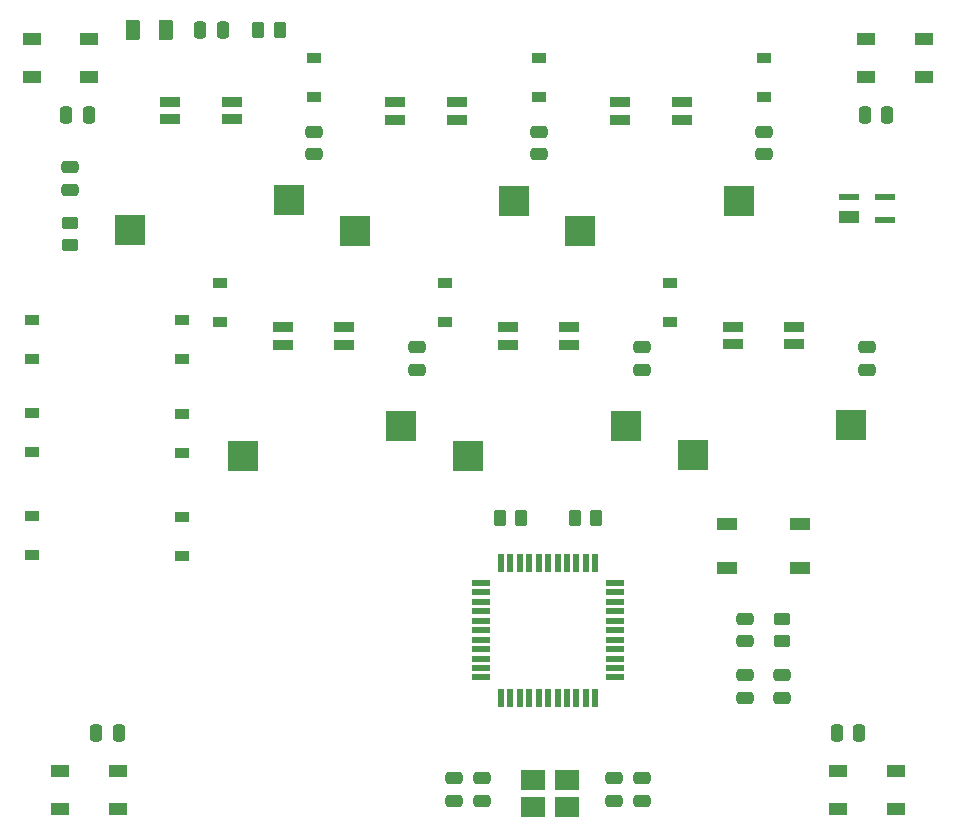
<source format=gbr>
%TF.GenerationSoftware,KiCad,Pcbnew,(6.0.5)*%
%TF.CreationDate,2022-05-27T23:08:30+07:00*%
%TF.ProjectId,atelier-alter,6174656c-6965-4722-9d61-6c7465722e6b,rev?*%
%TF.SameCoordinates,Original*%
%TF.FileFunction,Paste,Bot*%
%TF.FilePolarity,Positive*%
%FSLAX46Y46*%
G04 Gerber Fmt 4.6, Leading zero omitted, Abs format (unit mm)*
G04 Created by KiCad (PCBNEW (6.0.5)) date 2022-05-27 23:08:30*
%MOMM*%
%LPD*%
G01*
G04 APERTURE LIST*
G04 Aperture macros list*
%AMRoundRect*
0 Rectangle with rounded corners*
0 $1 Rounding radius*
0 $2 $3 $4 $5 $6 $7 $8 $9 X,Y pos of 4 corners*
0 Add a 4 corners polygon primitive as box body*
4,1,4,$2,$3,$4,$5,$6,$7,$8,$9,$2,$3,0*
0 Add four circle primitives for the rounded corners*
1,1,$1+$1,$2,$3*
1,1,$1+$1,$4,$5*
1,1,$1+$1,$6,$7*
1,1,$1+$1,$8,$9*
0 Add four rect primitives between the rounded corners*
20,1,$1+$1,$2,$3,$4,$5,0*
20,1,$1+$1,$4,$5,$6,$7,0*
20,1,$1+$1,$6,$7,$8,$9,0*
20,1,$1+$1,$8,$9,$2,$3,0*%
G04 Aperture macros list end*
%ADD10R,1.800000X0.900000*%
%ADD11R,2.550000X2.500000*%
%ADD12R,1.500000X1.000000*%
%ADD13R,1.500000X0.550000*%
%ADD14R,0.550000X1.500000*%
%ADD15RoundRect,0.250000X-0.475000X0.250000X-0.475000X-0.250000X0.475000X-0.250000X0.475000X0.250000X0*%
%ADD16RoundRect,0.250000X0.250000X0.475000X-0.250000X0.475000X-0.250000X-0.475000X0.250000X-0.475000X0*%
%ADD17RoundRect,0.250000X0.475000X-0.250000X0.475000X0.250000X-0.475000X0.250000X-0.475000X-0.250000X0*%
%ADD18RoundRect,0.250000X-0.250000X-0.475000X0.250000X-0.475000X0.250000X0.475000X-0.250000X0.475000X0*%
%ADD19RoundRect,0.250000X0.262500X0.450000X-0.262500X0.450000X-0.262500X-0.450000X0.262500X-0.450000X0*%
%ADD20RoundRect,0.250000X0.375000X0.625000X-0.375000X0.625000X-0.375000X-0.625000X0.375000X-0.625000X0*%
%ADD21R,1.200000X0.900000*%
%ADD22RoundRect,0.250000X0.450000X-0.262500X0.450000X0.262500X-0.450000X0.262500X-0.450000X-0.262500X0*%
%ADD23R,2.100000X1.800000*%
%ADD24R,1.800000X1.100000*%
%ADD25RoundRect,0.250000X-0.450000X0.262500X-0.450000X-0.262500X0.450000X-0.262500X0.450000X0.262500X0*%
%ADD26R,1.700000X1.000000*%
%ADD27R,1.700000X0.600000*%
G04 APERTURE END LIST*
D10*
%TO.C,MX6*%
X177225000Y-88506200D03*
X177225000Y-87006200D03*
X172025000Y-88506200D03*
X172025000Y-87006200D03*
D11*
X182035000Y-95346200D03*
X168610000Y-97886200D03*
%TD*%
D10*
%TO.C,MX5*%
X158175000Y-88568700D03*
X158175000Y-87068700D03*
X152975000Y-88568700D03*
X152975000Y-87068700D03*
D11*
X162985000Y-95408700D03*
X149560000Y-97948700D03*
%TD*%
D10*
%TO.C,MX4*%
X139125000Y-88568700D03*
X139125000Y-87068700D03*
X133925000Y-88568700D03*
X133925000Y-87068700D03*
D11*
X143935000Y-95408700D03*
X130510000Y-97948700D03*
%TD*%
D10*
%TO.C,MX3*%
X167700000Y-69518700D03*
X167700000Y-68018700D03*
X162500000Y-69518700D03*
X162500000Y-68018700D03*
D11*
X172510000Y-76358700D03*
X159085000Y-78898700D03*
%TD*%
D10*
%TO.C,MX1*%
X129600000Y-69456200D03*
X129600000Y-67956200D03*
X124400000Y-69456200D03*
X124400000Y-67956200D03*
D11*
X134410000Y-76296200D03*
X120985000Y-78836200D03*
%TD*%
D10*
%TO.C,MX2*%
X148650000Y-69518700D03*
X148650000Y-68018700D03*
X143450000Y-69518700D03*
X143450000Y-68018700D03*
D11*
X153460000Y-76358700D03*
X140035000Y-78898700D03*
%TD*%
D12*
%TO.C,D5*%
X185806300Y-124606200D03*
X185806300Y-127806200D03*
X180906300Y-127806200D03*
X180906300Y-124606200D03*
%TD*%
D13*
%TO.C,U1*%
X162068800Y-108712500D03*
X162068800Y-109512500D03*
X162068800Y-110312500D03*
X162068800Y-111112500D03*
X162068800Y-111912500D03*
X162068800Y-112712500D03*
X162068800Y-113512500D03*
X162068800Y-114312500D03*
X162068800Y-115112500D03*
X162068800Y-115912500D03*
X162068800Y-116712500D03*
D14*
X160368800Y-118412500D03*
X159568800Y-118412500D03*
X158768800Y-118412500D03*
X157968800Y-118412500D03*
X157168800Y-118412500D03*
X156368800Y-118412500D03*
X155568800Y-118412500D03*
X154768800Y-118412500D03*
X153968800Y-118412500D03*
X153168800Y-118412500D03*
X152368800Y-118412500D03*
D13*
X150668800Y-116712500D03*
X150668800Y-115912500D03*
X150668800Y-115112500D03*
X150668800Y-114312500D03*
X150668800Y-113512500D03*
X150668800Y-112712500D03*
X150668800Y-111912500D03*
X150668800Y-111112500D03*
X150668800Y-110312500D03*
X150668800Y-109512500D03*
X150668800Y-108712500D03*
D14*
X152368800Y-107012500D03*
X153168800Y-107012500D03*
X153968800Y-107012500D03*
X154768800Y-107012500D03*
X155568800Y-107012500D03*
X156368800Y-107012500D03*
X157168800Y-107012500D03*
X157968800Y-107012500D03*
X158768800Y-107012500D03*
X159568800Y-107012500D03*
X160368800Y-107012500D03*
%TD*%
D15*
%TO.C,C7*%
X173037500Y-116525000D03*
X173037500Y-118425000D03*
%TD*%
D16*
%TO.C,C14*%
X185100000Y-69056200D03*
X183200000Y-69056200D03*
%TD*%
D17*
%TO.C,R4*%
X115887500Y-75406200D03*
X115887500Y-73506200D03*
%TD*%
D18*
%TO.C,C17*%
X115575000Y-69056200D03*
X117475000Y-69056200D03*
%TD*%
D19*
%TO.C,R7*%
X133668800Y-61906200D03*
X131843800Y-61906200D03*
%TD*%
D20*
%TO.C,F1*%
X124025000Y-61906200D03*
X121225000Y-61906200D03*
%TD*%
D21*
%TO.C,D33*%
X125412500Y-106425000D03*
X125412500Y-103125000D03*
%TD*%
D12*
%TO.C,DT11*%
X117543800Y-62693700D03*
X117543800Y-65893700D03*
X112643800Y-65893700D03*
X112643800Y-62693700D03*
%TD*%
D19*
%TO.C,R1*%
X154106300Y-103187400D03*
X152281300Y-103187400D03*
%TD*%
D21*
%TO.C,D13*%
X174625000Y-67531200D03*
X174625000Y-64231200D03*
%TD*%
D19*
%TO.C,R2*%
X160456300Y-103187500D03*
X158631300Y-103187500D03*
%TD*%
D17*
%TO.C,C9*%
X136525000Y-72387500D03*
X136525000Y-70487500D03*
%TD*%
%TO.C,C15*%
X183356300Y-90643700D03*
X183356300Y-88743700D03*
%TD*%
D21*
%TO.C,D17*%
X112712500Y-106362500D03*
X112712500Y-103062500D03*
%TD*%
D17*
%TO.C,C5*%
X173037500Y-113662500D03*
X173037500Y-111762500D03*
%TD*%
D12*
%TO.C,D9*%
X188187500Y-62693700D03*
X188187500Y-65893700D03*
X183287500Y-65893700D03*
X183287500Y-62693700D03*
%TD*%
D17*
%TO.C,C6*%
X176212500Y-118425000D03*
X176212500Y-116525000D03*
%TD*%
D15*
%TO.C,C4*%
X164306300Y-125256200D03*
X164306300Y-127156200D03*
%TD*%
D21*
%TO.C,D31*%
X125412500Y-89756200D03*
X125412500Y-86456200D03*
%TD*%
D22*
%TO.C,R6*%
X115887500Y-80093700D03*
X115887500Y-78268700D03*
%TD*%
D21*
%TO.C,D19*%
X112712500Y-97631300D03*
X112712500Y-94331300D03*
%TD*%
D17*
%TO.C,C8*%
X145256300Y-90643700D03*
X145256300Y-88743700D03*
%TD*%
D12*
%TO.C,D2*%
X115025000Y-127806200D03*
X115025000Y-124606200D03*
X119925000Y-124606200D03*
X119925000Y-127806200D03*
%TD*%
D18*
%TO.C,C11*%
X180818800Y-121443700D03*
X182718800Y-121443700D03*
%TD*%
D21*
%TO.C,D22*%
X147637500Y-86581200D03*
X147637500Y-83281200D03*
%TD*%
D15*
%TO.C,C13*%
X155575000Y-70487500D03*
X155575000Y-72387500D03*
%TD*%
D21*
%TO.C,D11*%
X136525000Y-67531200D03*
X136525000Y-64231200D03*
%TD*%
D16*
%TO.C,R5*%
X128825000Y-61906200D03*
X126925000Y-61906200D03*
%TD*%
D15*
%TO.C,C1*%
X150812500Y-125256200D03*
X150812500Y-127156200D03*
%TD*%
D16*
%TO.C,C10*%
X120012500Y-121443700D03*
X118112500Y-121443700D03*
%TD*%
D23*
%TO.C,Y1*%
X155056300Y-125412400D03*
X157956300Y-125412400D03*
X157956300Y-127712400D03*
X155056300Y-127712400D03*
%TD*%
D21*
%TO.C,D18*%
X112712500Y-89756200D03*
X112712500Y-86456200D03*
%TD*%
%TO.C,D23*%
X166687500Y-86581200D03*
X166687500Y-83281200D03*
%TD*%
%TO.C,D12*%
X155575000Y-67531200D03*
X155575000Y-64231200D03*
%TD*%
D24*
%TO.C,SW4*%
X171525000Y-107418700D03*
X177725000Y-103718700D03*
X171525000Y-103718700D03*
X177725000Y-107418700D03*
%TD*%
D25*
%TO.C,R3*%
X176212500Y-111800000D03*
X176212500Y-113625000D03*
%TD*%
D26*
%TO.C,U2*%
X181856300Y-77743700D03*
D27*
X181856300Y-76043700D03*
X184856300Y-76043700D03*
X184856300Y-77943700D03*
%TD*%
D17*
%TO.C,C16*%
X174625000Y-72387500D03*
X174625000Y-70487500D03*
%TD*%
%TO.C,C12*%
X164306300Y-90643700D03*
X164306300Y-88743700D03*
%TD*%
D21*
%TO.C,D32*%
X125412500Y-97693700D03*
X125412500Y-94393700D03*
%TD*%
D17*
%TO.C,C2*%
X161925000Y-127156200D03*
X161925000Y-125256200D03*
%TD*%
%TO.C,C3*%
X148431300Y-127156200D03*
X148431300Y-125256200D03*
%TD*%
D21*
%TO.C,D21*%
X128587500Y-83281200D03*
X128587500Y-86581200D03*
%TD*%
M02*

</source>
